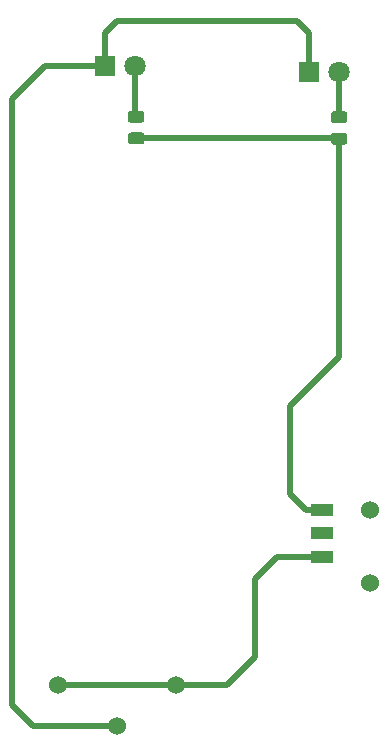
<source format=gbr>
%TF.GenerationSoftware,KiCad,Pcbnew,(5.1.9-0-10_14)*%
%TF.CreationDate,2021-10-18T11:04:09-07:00*%
%TF.ProjectId,ghost_pcb_2a,67686f73-745f-4706-9362-5f32612e6b69,rev?*%
%TF.SameCoordinates,Original*%
%TF.FileFunction,Copper,L2,Bot*%
%TF.FilePolarity,Positive*%
%FSLAX46Y46*%
G04 Gerber Fmt 4.6, Leading zero omitted, Abs format (unit mm)*
G04 Created by KiCad (PCBNEW (5.1.9-0-10_14)) date 2021-10-18 11:04:09*
%MOMM*%
%LPD*%
G01*
G04 APERTURE LIST*
%TA.AperFunction,ComponentPad*%
%ADD10C,1.524000*%
%TD*%
%TA.AperFunction,SMDPad,CuDef*%
%ADD11R,1.900000X1.000000*%
%TD*%
%TA.AperFunction,ComponentPad*%
%ADD12C,1.800000*%
%TD*%
%TA.AperFunction,ComponentPad*%
%ADD13R,1.800000X1.800000*%
%TD*%
%TA.AperFunction,Conductor*%
%ADD14C,0.500000*%
%TD*%
G04 APERTURE END LIST*
D10*
%TO.P,SW1,*%
%TO.N,*%
X157302200Y-110971800D03*
X157302200Y-117221800D03*
D11*
%TO.P,SW1,1*%
%TO.N,Net-(R1-Pad1)*%
X153252200Y-110971800D03*
%TO.P,SW1,2*%
%TO.N,Net-(SW1-Pad2)*%
X153238200Y-112971800D03*
%TO.P,SW1,3*%
%TO.N,+BATT*%
X153238200Y-114971800D03*
%TD*%
%TO.P,R2,2*%
%TO.N,Net-(D2-Pad2)*%
%TA.AperFunction,SMDPad,CuDef*%
G36*
G01*
X137940201Y-78236500D02*
X137040199Y-78236500D01*
G75*
G02*
X136790200Y-77986501I0J249999D01*
G01*
X136790200Y-77461499D01*
G75*
G02*
X137040199Y-77211500I249999J0D01*
G01*
X137940201Y-77211500D01*
G75*
G02*
X138190200Y-77461499I0J-249999D01*
G01*
X138190200Y-77986501D01*
G75*
G02*
X137940201Y-78236500I-249999J0D01*
G01*
G37*
%TD.AperFunction*%
%TO.P,R2,1*%
%TO.N,Net-(R1-Pad1)*%
%TA.AperFunction,SMDPad,CuDef*%
G36*
G01*
X137940201Y-80061500D02*
X137040199Y-80061500D01*
G75*
G02*
X136790200Y-79811501I0J249999D01*
G01*
X136790200Y-79286499D01*
G75*
G02*
X137040199Y-79036500I249999J0D01*
G01*
X137940201Y-79036500D01*
G75*
G02*
X138190200Y-79286499I0J-249999D01*
G01*
X138190200Y-79811501D01*
G75*
G02*
X137940201Y-80061500I-249999J0D01*
G01*
G37*
%TD.AperFunction*%
%TD*%
%TO.P,R1,2*%
%TO.N,Net-(D1-Pad2)*%
%TA.AperFunction,SMDPad,CuDef*%
G36*
G01*
X155136001Y-78261900D02*
X154235999Y-78261900D01*
G75*
G02*
X153986000Y-78011901I0J249999D01*
G01*
X153986000Y-77486899D01*
G75*
G02*
X154235999Y-77236900I249999J0D01*
G01*
X155136001Y-77236900D01*
G75*
G02*
X155386000Y-77486899I0J-249999D01*
G01*
X155386000Y-78011901D01*
G75*
G02*
X155136001Y-78261900I-249999J0D01*
G01*
G37*
%TD.AperFunction*%
%TO.P,R1,1*%
%TO.N,Net-(R1-Pad1)*%
%TA.AperFunction,SMDPad,CuDef*%
G36*
G01*
X155136001Y-80086900D02*
X154235999Y-80086900D01*
G75*
G02*
X153986000Y-79836901I0J249999D01*
G01*
X153986000Y-79311899D01*
G75*
G02*
X154235999Y-79061900I249999J0D01*
G01*
X155136001Y-79061900D01*
G75*
G02*
X155386000Y-79311899I0J-249999D01*
G01*
X155386000Y-79836901D01*
G75*
G02*
X155136001Y-80086900I-249999J0D01*
G01*
G37*
%TD.AperFunction*%
%TD*%
D12*
%TO.P,D2,2*%
%TO.N,Net-(D2-Pad2)*%
X137414000Y-73406000D03*
D13*
%TO.P,D2,1*%
%TO.N,GND*%
X134874000Y-73406000D03*
%TD*%
%TO.P,D1,1*%
%TO.N,GND*%
X152146000Y-73914000D03*
D12*
%TO.P,D1,2*%
%TO.N,Net-(D1-Pad2)*%
X154686000Y-73914000D03*
%TD*%
D10*
%TO.P,BAT1,POS2*%
%TO.N,+BATT*%
X140860800Y-125831600D03*
%TO.P,BAT1,NEG*%
%TO.N,GND*%
X135860800Y-129301601D03*
%TO.P,BAT1,POS1*%
%TO.N,+BATT*%
X130860800Y-125831600D03*
%TD*%
D14*
%TO.N,+BATT*%
X130860800Y-125831600D02*
X140860800Y-125831600D01*
X140860800Y-125831600D02*
X145186400Y-125831600D01*
X145186400Y-125831600D02*
X147574000Y-123444000D01*
X147574000Y-123444000D02*
X147574000Y-116840000D01*
X149442200Y-114971800D02*
X153238200Y-114971800D01*
X147574000Y-116840000D02*
X149442200Y-114971800D01*
%TO.N,GND*%
X129794000Y-73406000D02*
X134874000Y-73406000D01*
X127000000Y-76200000D02*
X129794000Y-73406000D01*
X127000000Y-127508000D02*
X127000000Y-76200000D01*
X128793601Y-129301601D02*
X127000000Y-127508000D01*
X135860800Y-129301601D02*
X128793601Y-129301601D01*
X135890000Y-69596000D02*
X134874000Y-70612000D01*
X151130000Y-69596000D02*
X135890000Y-69596000D01*
X134874000Y-70612000D02*
X134874000Y-73406000D01*
X152146000Y-70612000D02*
X151130000Y-69596000D01*
X152146000Y-73914000D02*
X152146000Y-70612000D01*
%TO.N,Net-(D1-Pad2)*%
X154686000Y-73914000D02*
X154686000Y-77749400D01*
%TO.N,Net-(D2-Pad2)*%
X137464800Y-77698600D02*
X137490200Y-77724000D01*
X137414000Y-77647800D02*
X137490200Y-77724000D01*
X137414000Y-73406000D02*
X137414000Y-77647800D01*
%TO.N,Net-(R1-Pad1)*%
X153252200Y-110971800D02*
X151865800Y-110971800D01*
X151865800Y-110971800D02*
X150545800Y-109651800D01*
X154660600Y-79549000D02*
X154686000Y-79574400D01*
X137490200Y-79549000D02*
X154660600Y-79549000D01*
X154686000Y-79574400D02*
X154686000Y-98044000D01*
X150545800Y-102184200D02*
X150545800Y-109651800D01*
X154686000Y-98044000D02*
X150545800Y-102184200D01*
%TD*%
M02*

</source>
